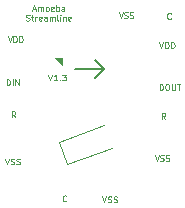
<source format=gbr>
%TF.GenerationSoftware,KiCad,Pcbnew,7.0.5*%
%TF.CreationDate,2024-03-07T22:21:16-05:00*%
%TF.ProjectId,amoebe_streamline,616d6f65-6265-45f7-9374-7265616d6c69,rev?*%
%TF.SameCoordinates,Original*%
%TF.FileFunction,Legend,Top*%
%TF.FilePolarity,Positive*%
%FSLAX46Y46*%
G04 Gerber Fmt 4.6, Leading zero omitted, Abs format (unit mm)*
G04 Created by KiCad (PCBNEW 7.0.5) date 2024-03-07 22:21:16*
%MOMM*%
%LPD*%
G01*
G04 APERTURE LIST*
%ADD10C,0.150000*%
%ADD11C,0.125000*%
%ADD12C,0.120000*%
%ADD13C,0.100000*%
G04 APERTURE END LIST*
D10*
X144272000Y-97586800D02*
X143510000Y-96824800D01*
X144272000Y-97586800D02*
X141782800Y-97586800D01*
X143510000Y-98348800D02*
X144272000Y-97586800D01*
D11*
X148923055Y-95342709D02*
X149089721Y-95842709D01*
X149089721Y-95842709D02*
X149256388Y-95342709D01*
X149423054Y-95842709D02*
X149423054Y-95342709D01*
X149423054Y-95342709D02*
X149542102Y-95342709D01*
X149542102Y-95342709D02*
X149613530Y-95366519D01*
X149613530Y-95366519D02*
X149661149Y-95414138D01*
X149661149Y-95414138D02*
X149684959Y-95461757D01*
X149684959Y-95461757D02*
X149708768Y-95556995D01*
X149708768Y-95556995D02*
X149708768Y-95628423D01*
X149708768Y-95628423D02*
X149684959Y-95723661D01*
X149684959Y-95723661D02*
X149661149Y-95771280D01*
X149661149Y-95771280D02*
X149613530Y-95818900D01*
X149613530Y-95818900D02*
X149542102Y-95842709D01*
X149542102Y-95842709D02*
X149423054Y-95842709D01*
X149923054Y-95842709D02*
X149923054Y-95342709D01*
X149923054Y-95342709D02*
X150042102Y-95342709D01*
X150042102Y-95342709D02*
X150113530Y-95366519D01*
X150113530Y-95366519D02*
X150161149Y-95414138D01*
X150161149Y-95414138D02*
X150184959Y-95461757D01*
X150184959Y-95461757D02*
X150208768Y-95556995D01*
X150208768Y-95556995D02*
X150208768Y-95628423D01*
X150208768Y-95628423D02*
X150184959Y-95723661D01*
X150184959Y-95723661D02*
X150161149Y-95771280D01*
X150161149Y-95771280D02*
X150113530Y-95818900D01*
X150113530Y-95818900D02*
X150042102Y-95842709D01*
X150042102Y-95842709D02*
X149923054Y-95842709D01*
X144097055Y-108398309D02*
X144263721Y-108898309D01*
X144263721Y-108898309D02*
X144430388Y-108398309D01*
X144573245Y-108874500D02*
X144644673Y-108898309D01*
X144644673Y-108898309D02*
X144763721Y-108898309D01*
X144763721Y-108898309D02*
X144811340Y-108874500D01*
X144811340Y-108874500D02*
X144835149Y-108850690D01*
X144835149Y-108850690D02*
X144858959Y-108803071D01*
X144858959Y-108803071D02*
X144858959Y-108755452D01*
X144858959Y-108755452D02*
X144835149Y-108707833D01*
X144835149Y-108707833D02*
X144811340Y-108684023D01*
X144811340Y-108684023D02*
X144763721Y-108660214D01*
X144763721Y-108660214D02*
X144668483Y-108636404D01*
X144668483Y-108636404D02*
X144620864Y-108612595D01*
X144620864Y-108612595D02*
X144597054Y-108588785D01*
X144597054Y-108588785D02*
X144573245Y-108541166D01*
X144573245Y-108541166D02*
X144573245Y-108493547D01*
X144573245Y-108493547D02*
X144597054Y-108445928D01*
X144597054Y-108445928D02*
X144620864Y-108422119D01*
X144620864Y-108422119D02*
X144668483Y-108398309D01*
X144668483Y-108398309D02*
X144787530Y-108398309D01*
X144787530Y-108398309D02*
X144858959Y-108422119D01*
X145049435Y-108874500D02*
X145120863Y-108898309D01*
X145120863Y-108898309D02*
X145239911Y-108898309D01*
X145239911Y-108898309D02*
X145287530Y-108874500D01*
X145287530Y-108874500D02*
X145311339Y-108850690D01*
X145311339Y-108850690D02*
X145335149Y-108803071D01*
X145335149Y-108803071D02*
X145335149Y-108755452D01*
X145335149Y-108755452D02*
X145311339Y-108707833D01*
X145311339Y-108707833D02*
X145287530Y-108684023D01*
X145287530Y-108684023D02*
X145239911Y-108660214D01*
X145239911Y-108660214D02*
X145144673Y-108636404D01*
X145144673Y-108636404D02*
X145097054Y-108612595D01*
X145097054Y-108612595D02*
X145073244Y-108588785D01*
X145073244Y-108588785D02*
X145049435Y-108541166D01*
X145049435Y-108541166D02*
X145049435Y-108493547D01*
X145049435Y-108493547D02*
X145073244Y-108445928D01*
X145073244Y-108445928D02*
X145097054Y-108422119D01*
X145097054Y-108422119D02*
X145144673Y-108398309D01*
X145144673Y-108398309D02*
X145263720Y-108398309D01*
X145263720Y-108398309D02*
X145335149Y-108422119D01*
X139525055Y-98085909D02*
X139691721Y-98585909D01*
X139691721Y-98585909D02*
X139858388Y-98085909D01*
X140286959Y-98585909D02*
X140001245Y-98585909D01*
X140144102Y-98585909D02*
X140144102Y-98085909D01*
X140144102Y-98085909D02*
X140096483Y-98157338D01*
X140096483Y-98157338D02*
X140048864Y-98204957D01*
X140048864Y-98204957D02*
X140001245Y-98228766D01*
X140501244Y-98538290D02*
X140525054Y-98562100D01*
X140525054Y-98562100D02*
X140501244Y-98585909D01*
X140501244Y-98585909D02*
X140477435Y-98562100D01*
X140477435Y-98562100D02*
X140501244Y-98538290D01*
X140501244Y-98538290D02*
X140501244Y-98585909D01*
X140691720Y-98085909D02*
X141001244Y-98085909D01*
X141001244Y-98085909D02*
X140834577Y-98276385D01*
X140834577Y-98276385D02*
X140906006Y-98276385D01*
X140906006Y-98276385D02*
X140953625Y-98300195D01*
X140953625Y-98300195D02*
X140977434Y-98324004D01*
X140977434Y-98324004D02*
X141001244Y-98371623D01*
X141001244Y-98371623D02*
X141001244Y-98490671D01*
X141001244Y-98490671D02*
X140977434Y-98538290D01*
X140977434Y-98538290D02*
X140953625Y-98562100D01*
X140953625Y-98562100D02*
X140906006Y-98585909D01*
X140906006Y-98585909D02*
X140763149Y-98585909D01*
X140763149Y-98585909D02*
X140715530Y-98562100D01*
X140715530Y-98562100D02*
X140691720Y-98538290D01*
X148516655Y-104893109D02*
X148683321Y-105393109D01*
X148683321Y-105393109D02*
X148849988Y-104893109D01*
X148992845Y-105369300D02*
X149064273Y-105393109D01*
X149064273Y-105393109D02*
X149183321Y-105393109D01*
X149183321Y-105393109D02*
X149230940Y-105369300D01*
X149230940Y-105369300D02*
X149254749Y-105345490D01*
X149254749Y-105345490D02*
X149278559Y-105297871D01*
X149278559Y-105297871D02*
X149278559Y-105250252D01*
X149278559Y-105250252D02*
X149254749Y-105202633D01*
X149254749Y-105202633D02*
X149230940Y-105178823D01*
X149230940Y-105178823D02*
X149183321Y-105155014D01*
X149183321Y-105155014D02*
X149088083Y-105131204D01*
X149088083Y-105131204D02*
X149040464Y-105107395D01*
X149040464Y-105107395D02*
X149016654Y-105083585D01*
X149016654Y-105083585D02*
X148992845Y-105035966D01*
X148992845Y-105035966D02*
X148992845Y-104988347D01*
X148992845Y-104988347D02*
X149016654Y-104940728D01*
X149016654Y-104940728D02*
X149040464Y-104916919D01*
X149040464Y-104916919D02*
X149088083Y-104893109D01*
X149088083Y-104893109D02*
X149207130Y-104893109D01*
X149207130Y-104893109D02*
X149278559Y-104916919D01*
X149469035Y-105369300D02*
X149540463Y-105393109D01*
X149540463Y-105393109D02*
X149659511Y-105393109D01*
X149659511Y-105393109D02*
X149707130Y-105369300D01*
X149707130Y-105369300D02*
X149730939Y-105345490D01*
X149730939Y-105345490D02*
X149754749Y-105297871D01*
X149754749Y-105297871D02*
X149754749Y-105250252D01*
X149754749Y-105250252D02*
X149730939Y-105202633D01*
X149730939Y-105202633D02*
X149707130Y-105178823D01*
X149707130Y-105178823D02*
X149659511Y-105155014D01*
X149659511Y-105155014D02*
X149564273Y-105131204D01*
X149564273Y-105131204D02*
X149516654Y-105107395D01*
X149516654Y-105107395D02*
X149492844Y-105083585D01*
X149492844Y-105083585D02*
X149469035Y-105035966D01*
X149469035Y-105035966D02*
X149469035Y-104988347D01*
X149469035Y-104988347D02*
X149492844Y-104940728D01*
X149492844Y-104940728D02*
X149516654Y-104916919D01*
X149516654Y-104916919D02*
X149564273Y-104893109D01*
X149564273Y-104893109D02*
X149683320Y-104893109D01*
X149683320Y-104893109D02*
X149754749Y-104916919D01*
X135867455Y-105197909D02*
X136034121Y-105697909D01*
X136034121Y-105697909D02*
X136200788Y-105197909D01*
X136343645Y-105674100D02*
X136415073Y-105697909D01*
X136415073Y-105697909D02*
X136534121Y-105697909D01*
X136534121Y-105697909D02*
X136581740Y-105674100D01*
X136581740Y-105674100D02*
X136605549Y-105650290D01*
X136605549Y-105650290D02*
X136629359Y-105602671D01*
X136629359Y-105602671D02*
X136629359Y-105555052D01*
X136629359Y-105555052D02*
X136605549Y-105507433D01*
X136605549Y-105507433D02*
X136581740Y-105483623D01*
X136581740Y-105483623D02*
X136534121Y-105459814D01*
X136534121Y-105459814D02*
X136438883Y-105436004D01*
X136438883Y-105436004D02*
X136391264Y-105412195D01*
X136391264Y-105412195D02*
X136367454Y-105388385D01*
X136367454Y-105388385D02*
X136343645Y-105340766D01*
X136343645Y-105340766D02*
X136343645Y-105293147D01*
X136343645Y-105293147D02*
X136367454Y-105245528D01*
X136367454Y-105245528D02*
X136391264Y-105221719D01*
X136391264Y-105221719D02*
X136438883Y-105197909D01*
X136438883Y-105197909D02*
X136557930Y-105197909D01*
X136557930Y-105197909D02*
X136629359Y-105221719D01*
X136819835Y-105674100D02*
X136891263Y-105697909D01*
X136891263Y-105697909D02*
X137010311Y-105697909D01*
X137010311Y-105697909D02*
X137057930Y-105674100D01*
X137057930Y-105674100D02*
X137081739Y-105650290D01*
X137081739Y-105650290D02*
X137105549Y-105602671D01*
X137105549Y-105602671D02*
X137105549Y-105555052D01*
X137105549Y-105555052D02*
X137081739Y-105507433D01*
X137081739Y-105507433D02*
X137057930Y-105483623D01*
X137057930Y-105483623D02*
X137010311Y-105459814D01*
X137010311Y-105459814D02*
X136915073Y-105436004D01*
X136915073Y-105436004D02*
X136867454Y-105412195D01*
X136867454Y-105412195D02*
X136843644Y-105388385D01*
X136843644Y-105388385D02*
X136819835Y-105340766D01*
X136819835Y-105340766D02*
X136819835Y-105293147D01*
X136819835Y-105293147D02*
X136843644Y-105245528D01*
X136843644Y-105245528D02*
X136867454Y-105221719D01*
X136867454Y-105221719D02*
X136915073Y-105197909D01*
X136915073Y-105197909D02*
X137034120Y-105197909D01*
X137034120Y-105197909D02*
X137105549Y-105221719D01*
X136742197Y-101709709D02*
X136575531Y-101471614D01*
X136456483Y-101709709D02*
X136456483Y-101209709D01*
X136456483Y-101209709D02*
X136646959Y-101209709D01*
X136646959Y-101209709D02*
X136694578Y-101233519D01*
X136694578Y-101233519D02*
X136718388Y-101257328D01*
X136718388Y-101257328D02*
X136742197Y-101304947D01*
X136742197Y-101304947D02*
X136742197Y-101376376D01*
X136742197Y-101376376D02*
X136718388Y-101423995D01*
X136718388Y-101423995D02*
X136694578Y-101447804D01*
X136694578Y-101447804D02*
X136646959Y-101471614D01*
X136646959Y-101471614D02*
X136456483Y-101471614D01*
X149432597Y-101837109D02*
X149265931Y-101599014D01*
X149146883Y-101837109D02*
X149146883Y-101337109D01*
X149146883Y-101337109D02*
X149337359Y-101337109D01*
X149337359Y-101337109D02*
X149384978Y-101360919D01*
X149384978Y-101360919D02*
X149408788Y-101384728D01*
X149408788Y-101384728D02*
X149432597Y-101432347D01*
X149432597Y-101432347D02*
X149432597Y-101503776D01*
X149432597Y-101503776D02*
X149408788Y-101551395D01*
X149408788Y-101551395D02*
X149384978Y-101575204D01*
X149384978Y-101575204D02*
X149337359Y-101599014D01*
X149337359Y-101599014D02*
X149146883Y-101599014D01*
X136070655Y-94834709D02*
X136237321Y-95334709D01*
X136237321Y-95334709D02*
X136403988Y-94834709D01*
X136570654Y-95334709D02*
X136570654Y-94834709D01*
X136570654Y-94834709D02*
X136689702Y-94834709D01*
X136689702Y-94834709D02*
X136761130Y-94858519D01*
X136761130Y-94858519D02*
X136808749Y-94906138D01*
X136808749Y-94906138D02*
X136832559Y-94953757D01*
X136832559Y-94953757D02*
X136856368Y-95048995D01*
X136856368Y-95048995D02*
X136856368Y-95120423D01*
X136856368Y-95120423D02*
X136832559Y-95215661D01*
X136832559Y-95215661D02*
X136808749Y-95263280D01*
X136808749Y-95263280D02*
X136761130Y-95310900D01*
X136761130Y-95310900D02*
X136689702Y-95334709D01*
X136689702Y-95334709D02*
X136570654Y-95334709D01*
X137070654Y-95334709D02*
X137070654Y-94834709D01*
X137070654Y-94834709D02*
X137189702Y-94834709D01*
X137189702Y-94834709D02*
X137261130Y-94858519D01*
X137261130Y-94858519D02*
X137308749Y-94906138D01*
X137308749Y-94906138D02*
X137332559Y-94953757D01*
X137332559Y-94953757D02*
X137356368Y-95048995D01*
X137356368Y-95048995D02*
X137356368Y-95120423D01*
X137356368Y-95120423D02*
X137332559Y-95215661D01*
X137332559Y-95215661D02*
X137308749Y-95263280D01*
X137308749Y-95263280D02*
X137261130Y-95310900D01*
X137261130Y-95310900D02*
X137189702Y-95334709D01*
X137189702Y-95334709D02*
X137070654Y-95334709D01*
X145468655Y-92802709D02*
X145635321Y-93302709D01*
X145635321Y-93302709D02*
X145801988Y-92802709D01*
X145944845Y-93278900D02*
X146016273Y-93302709D01*
X146016273Y-93302709D02*
X146135321Y-93302709D01*
X146135321Y-93302709D02*
X146182940Y-93278900D01*
X146182940Y-93278900D02*
X146206749Y-93255090D01*
X146206749Y-93255090D02*
X146230559Y-93207471D01*
X146230559Y-93207471D02*
X146230559Y-93159852D01*
X146230559Y-93159852D02*
X146206749Y-93112233D01*
X146206749Y-93112233D02*
X146182940Y-93088423D01*
X146182940Y-93088423D02*
X146135321Y-93064614D01*
X146135321Y-93064614D02*
X146040083Y-93040804D01*
X146040083Y-93040804D02*
X145992464Y-93016995D01*
X145992464Y-93016995D02*
X145968654Y-92993185D01*
X145968654Y-92993185D02*
X145944845Y-92945566D01*
X145944845Y-92945566D02*
X145944845Y-92897947D01*
X145944845Y-92897947D02*
X145968654Y-92850328D01*
X145968654Y-92850328D02*
X145992464Y-92826519D01*
X145992464Y-92826519D02*
X146040083Y-92802709D01*
X146040083Y-92802709D02*
X146159130Y-92802709D01*
X146159130Y-92802709D02*
X146230559Y-92826519D01*
X146421035Y-93278900D02*
X146492463Y-93302709D01*
X146492463Y-93302709D02*
X146611511Y-93302709D01*
X146611511Y-93302709D02*
X146659130Y-93278900D01*
X146659130Y-93278900D02*
X146682939Y-93255090D01*
X146682939Y-93255090D02*
X146706749Y-93207471D01*
X146706749Y-93207471D02*
X146706749Y-93159852D01*
X146706749Y-93159852D02*
X146682939Y-93112233D01*
X146682939Y-93112233D02*
X146659130Y-93088423D01*
X146659130Y-93088423D02*
X146611511Y-93064614D01*
X146611511Y-93064614D02*
X146516273Y-93040804D01*
X146516273Y-93040804D02*
X146468654Y-93016995D01*
X146468654Y-93016995D02*
X146444844Y-92993185D01*
X146444844Y-92993185D02*
X146421035Y-92945566D01*
X146421035Y-92945566D02*
X146421035Y-92897947D01*
X146421035Y-92897947D02*
X146444844Y-92850328D01*
X146444844Y-92850328D02*
X146468654Y-92826519D01*
X146468654Y-92826519D02*
X146516273Y-92802709D01*
X146516273Y-92802709D02*
X146635320Y-92802709D01*
X146635320Y-92802709D02*
X146706749Y-92826519D01*
X135989683Y-98992309D02*
X135989683Y-98492309D01*
X135989683Y-98492309D02*
X136108731Y-98492309D01*
X136108731Y-98492309D02*
X136180159Y-98516119D01*
X136180159Y-98516119D02*
X136227778Y-98563738D01*
X136227778Y-98563738D02*
X136251588Y-98611357D01*
X136251588Y-98611357D02*
X136275397Y-98706595D01*
X136275397Y-98706595D02*
X136275397Y-98778023D01*
X136275397Y-98778023D02*
X136251588Y-98873261D01*
X136251588Y-98873261D02*
X136227778Y-98920880D01*
X136227778Y-98920880D02*
X136180159Y-98968500D01*
X136180159Y-98968500D02*
X136108731Y-98992309D01*
X136108731Y-98992309D02*
X135989683Y-98992309D01*
X136489683Y-98992309D02*
X136489683Y-98492309D01*
X136727778Y-98992309D02*
X136727778Y-98492309D01*
X136727778Y-98492309D02*
X137013492Y-98992309D01*
X137013492Y-98992309D02*
X137013492Y-98492309D01*
X149889797Y-92926909D02*
X149865988Y-92903100D01*
X149865988Y-92903100D02*
X149794559Y-92879290D01*
X149794559Y-92879290D02*
X149746940Y-92879290D01*
X149746940Y-92879290D02*
X149675512Y-92903100D01*
X149675512Y-92903100D02*
X149627893Y-92950719D01*
X149627893Y-92950719D02*
X149604083Y-92998338D01*
X149604083Y-92998338D02*
X149580274Y-93093576D01*
X149580274Y-93093576D02*
X149580274Y-93165004D01*
X149580274Y-93165004D02*
X149604083Y-93260242D01*
X149604083Y-93260242D02*
X149627893Y-93307861D01*
X149627893Y-93307861D02*
X149675512Y-93355480D01*
X149675512Y-93355480D02*
X149746940Y-93379290D01*
X149746940Y-93379290D02*
X149794559Y-93379290D01*
X149794559Y-93379290D02*
X149865988Y-93355480D01*
X149865988Y-93355480D02*
X149889797Y-93331671D01*
X141050597Y-108370109D02*
X141026788Y-108346300D01*
X141026788Y-108346300D02*
X140955359Y-108322490D01*
X140955359Y-108322490D02*
X140907740Y-108322490D01*
X140907740Y-108322490D02*
X140836312Y-108346300D01*
X140836312Y-108346300D02*
X140788693Y-108393919D01*
X140788693Y-108393919D02*
X140764883Y-108441538D01*
X140764883Y-108441538D02*
X140741074Y-108536776D01*
X140741074Y-108536776D02*
X140741074Y-108608204D01*
X140741074Y-108608204D02*
X140764883Y-108703442D01*
X140764883Y-108703442D02*
X140788693Y-108751061D01*
X140788693Y-108751061D02*
X140836312Y-108798680D01*
X140836312Y-108798680D02*
X140907740Y-108822490D01*
X140907740Y-108822490D02*
X140955359Y-108822490D01*
X140955359Y-108822490D02*
X141026788Y-108798680D01*
X141026788Y-108798680D02*
X141050597Y-108774871D01*
X138204762Y-92559452D02*
X138442857Y-92559452D01*
X138157143Y-92702309D02*
X138323809Y-92202309D01*
X138323809Y-92202309D02*
X138490476Y-92702309D01*
X138657142Y-92702309D02*
X138657142Y-92368976D01*
X138657142Y-92416595D02*
X138680952Y-92392785D01*
X138680952Y-92392785D02*
X138728571Y-92368976D01*
X138728571Y-92368976D02*
X138799999Y-92368976D01*
X138799999Y-92368976D02*
X138847618Y-92392785D01*
X138847618Y-92392785D02*
X138871428Y-92440404D01*
X138871428Y-92440404D02*
X138871428Y-92702309D01*
X138871428Y-92440404D02*
X138895237Y-92392785D01*
X138895237Y-92392785D02*
X138942856Y-92368976D01*
X138942856Y-92368976D02*
X139014285Y-92368976D01*
X139014285Y-92368976D02*
X139061904Y-92392785D01*
X139061904Y-92392785D02*
X139085714Y-92440404D01*
X139085714Y-92440404D02*
X139085714Y-92702309D01*
X139395238Y-92702309D02*
X139347619Y-92678500D01*
X139347619Y-92678500D02*
X139323809Y-92654690D01*
X139323809Y-92654690D02*
X139300000Y-92607071D01*
X139300000Y-92607071D02*
X139300000Y-92464214D01*
X139300000Y-92464214D02*
X139323809Y-92416595D01*
X139323809Y-92416595D02*
X139347619Y-92392785D01*
X139347619Y-92392785D02*
X139395238Y-92368976D01*
X139395238Y-92368976D02*
X139466666Y-92368976D01*
X139466666Y-92368976D02*
X139514285Y-92392785D01*
X139514285Y-92392785D02*
X139538095Y-92416595D01*
X139538095Y-92416595D02*
X139561904Y-92464214D01*
X139561904Y-92464214D02*
X139561904Y-92607071D01*
X139561904Y-92607071D02*
X139538095Y-92654690D01*
X139538095Y-92654690D02*
X139514285Y-92678500D01*
X139514285Y-92678500D02*
X139466666Y-92702309D01*
X139466666Y-92702309D02*
X139395238Y-92702309D01*
X139966666Y-92678500D02*
X139919047Y-92702309D01*
X139919047Y-92702309D02*
X139823809Y-92702309D01*
X139823809Y-92702309D02*
X139776190Y-92678500D01*
X139776190Y-92678500D02*
X139752381Y-92630880D01*
X139752381Y-92630880D02*
X139752381Y-92440404D01*
X139752381Y-92440404D02*
X139776190Y-92392785D01*
X139776190Y-92392785D02*
X139823809Y-92368976D01*
X139823809Y-92368976D02*
X139919047Y-92368976D01*
X139919047Y-92368976D02*
X139966666Y-92392785D01*
X139966666Y-92392785D02*
X139990476Y-92440404D01*
X139990476Y-92440404D02*
X139990476Y-92488023D01*
X139990476Y-92488023D02*
X139752381Y-92535642D01*
X140204761Y-92702309D02*
X140204761Y-92202309D01*
X140204761Y-92392785D02*
X140252380Y-92368976D01*
X140252380Y-92368976D02*
X140347618Y-92368976D01*
X140347618Y-92368976D02*
X140395237Y-92392785D01*
X140395237Y-92392785D02*
X140419047Y-92416595D01*
X140419047Y-92416595D02*
X140442856Y-92464214D01*
X140442856Y-92464214D02*
X140442856Y-92607071D01*
X140442856Y-92607071D02*
X140419047Y-92654690D01*
X140419047Y-92654690D02*
X140395237Y-92678500D01*
X140395237Y-92678500D02*
X140347618Y-92702309D01*
X140347618Y-92702309D02*
X140252380Y-92702309D01*
X140252380Y-92702309D02*
X140204761Y-92678500D01*
X140871428Y-92702309D02*
X140871428Y-92440404D01*
X140871428Y-92440404D02*
X140847618Y-92392785D01*
X140847618Y-92392785D02*
X140799999Y-92368976D01*
X140799999Y-92368976D02*
X140704761Y-92368976D01*
X140704761Y-92368976D02*
X140657142Y-92392785D01*
X140871428Y-92678500D02*
X140823809Y-92702309D01*
X140823809Y-92702309D02*
X140704761Y-92702309D01*
X140704761Y-92702309D02*
X140657142Y-92678500D01*
X140657142Y-92678500D02*
X140633333Y-92630880D01*
X140633333Y-92630880D02*
X140633333Y-92583261D01*
X140633333Y-92583261D02*
X140657142Y-92535642D01*
X140657142Y-92535642D02*
X140704761Y-92511833D01*
X140704761Y-92511833D02*
X140823809Y-92511833D01*
X140823809Y-92511833D02*
X140871428Y-92488023D01*
X137645239Y-93483500D02*
X137716667Y-93507309D01*
X137716667Y-93507309D02*
X137835715Y-93507309D01*
X137835715Y-93507309D02*
X137883334Y-93483500D01*
X137883334Y-93483500D02*
X137907143Y-93459690D01*
X137907143Y-93459690D02*
X137930953Y-93412071D01*
X137930953Y-93412071D02*
X137930953Y-93364452D01*
X137930953Y-93364452D02*
X137907143Y-93316833D01*
X137907143Y-93316833D02*
X137883334Y-93293023D01*
X137883334Y-93293023D02*
X137835715Y-93269214D01*
X137835715Y-93269214D02*
X137740477Y-93245404D01*
X137740477Y-93245404D02*
X137692858Y-93221595D01*
X137692858Y-93221595D02*
X137669048Y-93197785D01*
X137669048Y-93197785D02*
X137645239Y-93150166D01*
X137645239Y-93150166D02*
X137645239Y-93102547D01*
X137645239Y-93102547D02*
X137669048Y-93054928D01*
X137669048Y-93054928D02*
X137692858Y-93031119D01*
X137692858Y-93031119D02*
X137740477Y-93007309D01*
X137740477Y-93007309D02*
X137859524Y-93007309D01*
X137859524Y-93007309D02*
X137930953Y-93031119D01*
X138073810Y-93173976D02*
X138264286Y-93173976D01*
X138145238Y-93007309D02*
X138145238Y-93435880D01*
X138145238Y-93435880D02*
X138169048Y-93483500D01*
X138169048Y-93483500D02*
X138216667Y-93507309D01*
X138216667Y-93507309D02*
X138264286Y-93507309D01*
X138430952Y-93507309D02*
X138430952Y-93173976D01*
X138430952Y-93269214D02*
X138454762Y-93221595D01*
X138454762Y-93221595D02*
X138478571Y-93197785D01*
X138478571Y-93197785D02*
X138526190Y-93173976D01*
X138526190Y-93173976D02*
X138573809Y-93173976D01*
X138930952Y-93483500D02*
X138883333Y-93507309D01*
X138883333Y-93507309D02*
X138788095Y-93507309D01*
X138788095Y-93507309D02*
X138740476Y-93483500D01*
X138740476Y-93483500D02*
X138716667Y-93435880D01*
X138716667Y-93435880D02*
X138716667Y-93245404D01*
X138716667Y-93245404D02*
X138740476Y-93197785D01*
X138740476Y-93197785D02*
X138788095Y-93173976D01*
X138788095Y-93173976D02*
X138883333Y-93173976D01*
X138883333Y-93173976D02*
X138930952Y-93197785D01*
X138930952Y-93197785D02*
X138954762Y-93245404D01*
X138954762Y-93245404D02*
X138954762Y-93293023D01*
X138954762Y-93293023D02*
X138716667Y-93340642D01*
X139383333Y-93507309D02*
X139383333Y-93245404D01*
X139383333Y-93245404D02*
X139359523Y-93197785D01*
X139359523Y-93197785D02*
X139311904Y-93173976D01*
X139311904Y-93173976D02*
X139216666Y-93173976D01*
X139216666Y-93173976D02*
X139169047Y-93197785D01*
X139383333Y-93483500D02*
X139335714Y-93507309D01*
X139335714Y-93507309D02*
X139216666Y-93507309D01*
X139216666Y-93507309D02*
X139169047Y-93483500D01*
X139169047Y-93483500D02*
X139145238Y-93435880D01*
X139145238Y-93435880D02*
X139145238Y-93388261D01*
X139145238Y-93388261D02*
X139169047Y-93340642D01*
X139169047Y-93340642D02*
X139216666Y-93316833D01*
X139216666Y-93316833D02*
X139335714Y-93316833D01*
X139335714Y-93316833D02*
X139383333Y-93293023D01*
X139621428Y-93507309D02*
X139621428Y-93173976D01*
X139621428Y-93221595D02*
X139645238Y-93197785D01*
X139645238Y-93197785D02*
X139692857Y-93173976D01*
X139692857Y-93173976D02*
X139764285Y-93173976D01*
X139764285Y-93173976D02*
X139811904Y-93197785D01*
X139811904Y-93197785D02*
X139835714Y-93245404D01*
X139835714Y-93245404D02*
X139835714Y-93507309D01*
X139835714Y-93245404D02*
X139859523Y-93197785D01*
X139859523Y-93197785D02*
X139907142Y-93173976D01*
X139907142Y-93173976D02*
X139978571Y-93173976D01*
X139978571Y-93173976D02*
X140026190Y-93197785D01*
X140026190Y-93197785D02*
X140050000Y-93245404D01*
X140050000Y-93245404D02*
X140050000Y-93507309D01*
X140359524Y-93507309D02*
X140311905Y-93483500D01*
X140311905Y-93483500D02*
X140288095Y-93435880D01*
X140288095Y-93435880D02*
X140288095Y-93007309D01*
X140550000Y-93507309D02*
X140550000Y-93173976D01*
X140550000Y-93007309D02*
X140526191Y-93031119D01*
X140526191Y-93031119D02*
X140550000Y-93054928D01*
X140550000Y-93054928D02*
X140573810Y-93031119D01*
X140573810Y-93031119D02*
X140550000Y-93007309D01*
X140550000Y-93007309D02*
X140550000Y-93054928D01*
X140788095Y-93173976D02*
X140788095Y-93507309D01*
X140788095Y-93221595D02*
X140811905Y-93197785D01*
X140811905Y-93197785D02*
X140859524Y-93173976D01*
X140859524Y-93173976D02*
X140930952Y-93173976D01*
X140930952Y-93173976D02*
X140978571Y-93197785D01*
X140978571Y-93197785D02*
X141002381Y-93245404D01*
X141002381Y-93245404D02*
X141002381Y-93507309D01*
X141430952Y-93483500D02*
X141383333Y-93507309D01*
X141383333Y-93507309D02*
X141288095Y-93507309D01*
X141288095Y-93507309D02*
X141240476Y-93483500D01*
X141240476Y-93483500D02*
X141216667Y-93435880D01*
X141216667Y-93435880D02*
X141216667Y-93245404D01*
X141216667Y-93245404D02*
X141240476Y-93197785D01*
X141240476Y-93197785D02*
X141288095Y-93173976D01*
X141288095Y-93173976D02*
X141383333Y-93173976D01*
X141383333Y-93173976D02*
X141430952Y-93197785D01*
X141430952Y-93197785D02*
X141454762Y-93245404D01*
X141454762Y-93245404D02*
X141454762Y-93293023D01*
X141454762Y-93293023D02*
X141216667Y-93340642D01*
X148943683Y-99398709D02*
X148943683Y-98898709D01*
X148943683Y-98898709D02*
X149062731Y-98898709D01*
X149062731Y-98898709D02*
X149134159Y-98922519D01*
X149134159Y-98922519D02*
X149181778Y-98970138D01*
X149181778Y-98970138D02*
X149205588Y-99017757D01*
X149205588Y-99017757D02*
X149229397Y-99112995D01*
X149229397Y-99112995D02*
X149229397Y-99184423D01*
X149229397Y-99184423D02*
X149205588Y-99279661D01*
X149205588Y-99279661D02*
X149181778Y-99327280D01*
X149181778Y-99327280D02*
X149134159Y-99374900D01*
X149134159Y-99374900D02*
X149062731Y-99398709D01*
X149062731Y-99398709D02*
X148943683Y-99398709D01*
X149538921Y-98898709D02*
X149634159Y-98898709D01*
X149634159Y-98898709D02*
X149681778Y-98922519D01*
X149681778Y-98922519D02*
X149729397Y-98970138D01*
X149729397Y-98970138D02*
X149753207Y-99065376D01*
X149753207Y-99065376D02*
X149753207Y-99232042D01*
X149753207Y-99232042D02*
X149729397Y-99327280D01*
X149729397Y-99327280D02*
X149681778Y-99374900D01*
X149681778Y-99374900D02*
X149634159Y-99398709D01*
X149634159Y-99398709D02*
X149538921Y-99398709D01*
X149538921Y-99398709D02*
X149491302Y-99374900D01*
X149491302Y-99374900D02*
X149443683Y-99327280D01*
X149443683Y-99327280D02*
X149419874Y-99232042D01*
X149419874Y-99232042D02*
X149419874Y-99065376D01*
X149419874Y-99065376D02*
X149443683Y-98970138D01*
X149443683Y-98970138D02*
X149491302Y-98922519D01*
X149491302Y-98922519D02*
X149538921Y-98898709D01*
X149967493Y-98898709D02*
X149967493Y-99303471D01*
X149967493Y-99303471D02*
X149991303Y-99351090D01*
X149991303Y-99351090D02*
X150015112Y-99374900D01*
X150015112Y-99374900D02*
X150062731Y-99398709D01*
X150062731Y-99398709D02*
X150157969Y-99398709D01*
X150157969Y-99398709D02*
X150205588Y-99374900D01*
X150205588Y-99374900D02*
X150229398Y-99351090D01*
X150229398Y-99351090D02*
X150253207Y-99303471D01*
X150253207Y-99303471D02*
X150253207Y-98898709D01*
X150419875Y-98898709D02*
X150705589Y-98898709D01*
X150562732Y-99398709D02*
X150562732Y-98898709D01*
D12*
%TO.C,D1*%
X141126346Y-105632860D02*
X144894513Y-104261359D01*
X140442305Y-103753475D02*
X144210473Y-102381974D01*
X140442305Y-103753475D02*
X141126346Y-105632860D01*
%TO.C,D2*%
D13*
X140685000Y-97262000D02*
X140085000Y-96662000D01*
X140685000Y-96662000D01*
X140685000Y-97262000D01*
G36*
X140685000Y-97262000D02*
G01*
X140085000Y-96662000D01*
X140685000Y-96662000D01*
X140685000Y-97262000D01*
G37*
%TD*%
M02*

</source>
